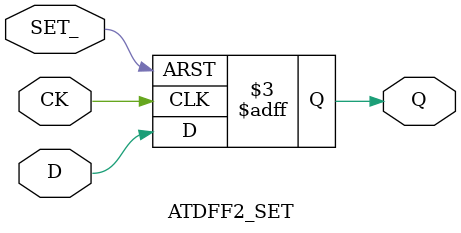
<source format=v>
module ATDFF2_SET
    (
     D,
     CK,
     SET_,
     Q
     );
input   D,CK,SET_;
output  Q;
//SDN_FDPSBQ_2 ATDFFi (.D(D),.CK(CK),.SB(SET_),.Q(Q) );
//fflopx #(1) ATDFFi(~CK,SET_,D,Q);
reg     Q;
always @(posedge CK or negedge SET_)
    begin
    if (!SET_) Q <= 1'b1;
    else Q <= D;
    end
endmodule

</source>
